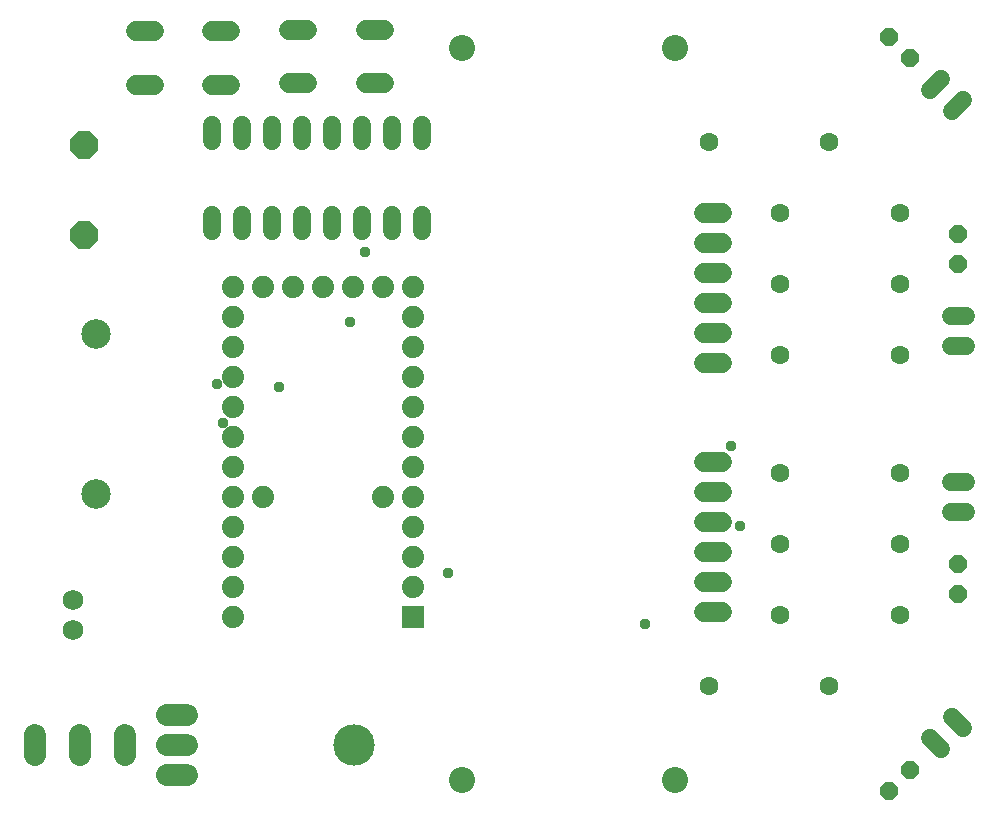
<source format=gbr>
G04 EAGLE Gerber RS-274X export*
G75*
%MOMM*%
%FSLAX34Y34*%
%LPD*%
%INSoldermask Top*%
%IPPOS*%
%AMOC8*
5,1,8,0,0,1.08239X$1,22.5*%
G01*
%ADD10C,1.727200*%
%ADD11P,2.556822X8X112.500000*%
%ADD12C,1.524000*%
%ADD13C,1.879600*%
%ADD14C,3.505200*%
%ADD15P,1.649562X8X157.500000*%
%ADD16P,1.649562X8X292.500000*%
%ADD17P,1.649562X8X112.500000*%
%ADD18P,1.649562X8X247.500000*%
%ADD19C,1.603200*%
%ADD20C,1.727200*%
%ADD21R,1.879600X1.879600*%
%ADD22C,1.879600*%
%ADD23C,2.503200*%
%ADD24C,2.203200*%
%ADD25C,0.959600*%


D10*
X80000Y167300D03*
X80000Y192700D03*
D11*
X90000Y501900D03*
X90000Y578100D03*
D12*
X198400Y518504D02*
X198400Y505296D01*
X223800Y505296D02*
X223800Y518504D01*
X249200Y518504D02*
X249200Y505296D01*
X274600Y505296D02*
X274600Y518504D01*
X300000Y518504D02*
X300000Y505296D01*
X325400Y505296D02*
X325400Y518504D01*
X350800Y518504D02*
X350800Y505296D01*
X376200Y505296D02*
X376200Y518504D01*
X376200Y581496D02*
X376200Y594704D01*
X350800Y594704D02*
X350800Y581496D01*
X325400Y581496D02*
X325400Y594704D01*
X300000Y594704D02*
X300000Y581496D01*
X274600Y581496D02*
X274600Y594704D01*
X249200Y594704D02*
X249200Y581496D01*
X223800Y581496D02*
X223800Y594704D01*
X198400Y594704D02*
X198400Y581496D01*
D13*
X176782Y95400D02*
X160018Y95400D01*
X160018Y70000D02*
X176782Y70000D01*
X176782Y44600D02*
X160018Y44600D01*
D14*
X318260Y70000D03*
D15*
X788980Y651020D03*
X771020Y668980D03*
D16*
X830000Y502700D03*
X830000Y477300D03*
D17*
X830000Y197300D03*
X830000Y222700D03*
D18*
X788980Y48980D03*
X771020Y31020D03*
D19*
X780800Y520000D03*
X679200Y520000D03*
X780800Y180000D03*
X679200Y180000D03*
X780800Y460000D03*
X679200Y460000D03*
X780800Y240000D03*
X679200Y240000D03*
X720800Y580000D03*
X619200Y580000D03*
X780800Y400000D03*
X679200Y400000D03*
X780800Y300000D03*
X679200Y300000D03*
X720800Y120000D03*
X619200Y120000D03*
D20*
X148608Y674106D02*
X133368Y674106D01*
X133368Y628894D02*
X148608Y628894D01*
X198392Y674106D02*
X213632Y674106D01*
X213632Y628894D02*
X198392Y628894D01*
X263368Y675206D02*
X278608Y675206D01*
X278608Y629994D02*
X263368Y629994D01*
X328392Y675206D02*
X343632Y675206D01*
X343632Y629994D02*
X328392Y629994D01*
D13*
X48100Y78082D02*
X48100Y61318D01*
X86200Y61318D02*
X86200Y78082D01*
X124300Y78082D02*
X124300Y61318D01*
D20*
X614680Y392900D02*
X629920Y392900D01*
X629920Y418300D02*
X614680Y418300D01*
X614680Y443700D02*
X629920Y443700D01*
X629920Y469100D02*
X614680Y469100D01*
X614680Y494500D02*
X629920Y494500D01*
X629920Y519900D02*
X614680Y519900D01*
X614680Y309400D02*
X629920Y309400D01*
X629920Y284000D02*
X614680Y284000D01*
X614680Y258600D02*
X629920Y258600D01*
X629920Y233200D02*
X614680Y233200D01*
X614680Y207800D02*
X629920Y207800D01*
X629920Y182400D02*
X614680Y182400D01*
D12*
X824311Y606350D02*
X833650Y615689D01*
X815689Y633650D02*
X806350Y624311D01*
X823396Y407300D02*
X836604Y407300D01*
X836604Y432700D02*
X823396Y432700D01*
X823396Y267300D02*
X836604Y267300D01*
X836604Y292700D02*
X823396Y292700D01*
X824311Y93650D02*
X833650Y84311D01*
X815689Y66350D02*
X806350Y75689D01*
D21*
X368300Y177800D03*
D22*
X368300Y304800D03*
X368300Y381000D03*
X368300Y406400D03*
X368300Y330200D03*
X368300Y355600D03*
X241300Y457200D03*
X342900Y457200D03*
X215900Y457200D03*
X215900Y431800D03*
X368300Y431800D03*
X368300Y457200D03*
X215900Y330200D03*
X215900Y304800D03*
X215900Y279400D03*
X215900Y254000D03*
X215900Y228600D03*
X215900Y203200D03*
X241300Y279400D03*
X292100Y457200D03*
X342900Y279400D03*
X368300Y203200D03*
X368300Y228600D03*
X368300Y254000D03*
X368300Y279400D03*
X215900Y406400D03*
X215900Y381000D03*
X215900Y355600D03*
X215900Y177800D03*
X317500Y457200D03*
X266700Y457200D03*
D23*
X100000Y417500D03*
X100000Y282500D03*
D24*
X410000Y660000D03*
X590000Y660000D03*
X590000Y40000D03*
X410000Y40000D03*
D25*
X565000Y172500D03*
X315000Y427500D03*
X637500Y322500D03*
X207500Y342500D03*
X202500Y375000D03*
X327500Y487500D03*
X255000Y372500D03*
X397500Y215000D03*
X645000Y255000D03*
M02*

</source>
